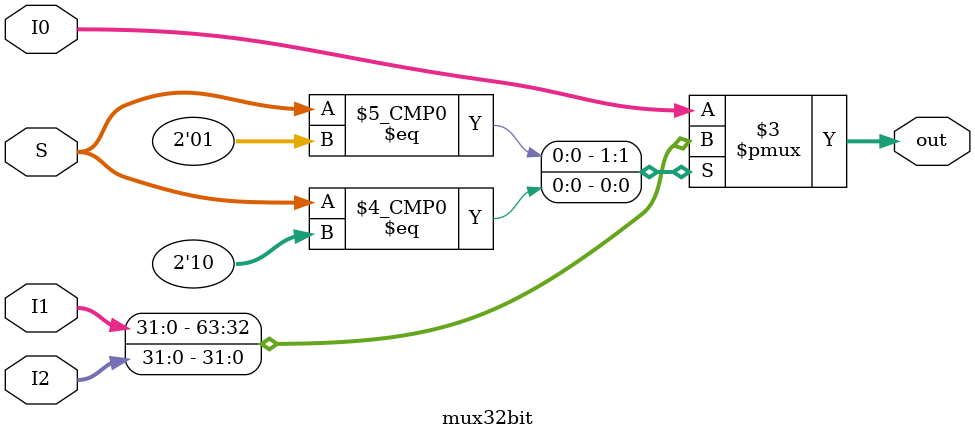
<source format=v>
`timescale 1ns / 1ps


//32 bit mux

module mux32bit(
    input [31:0] I0,
    input [31:0] I1,
    input [31:0] I2,
    input [1:0] S,
    output reg [31:0] out
    );
   
   
   always@(S,I0,I1,I2)
       begin 
       case(S)
       0:out = I0;
       1:out = I1;
       2:out = I2;
       default: out =I0;
       endcase
   end
   
endmodule

</source>
